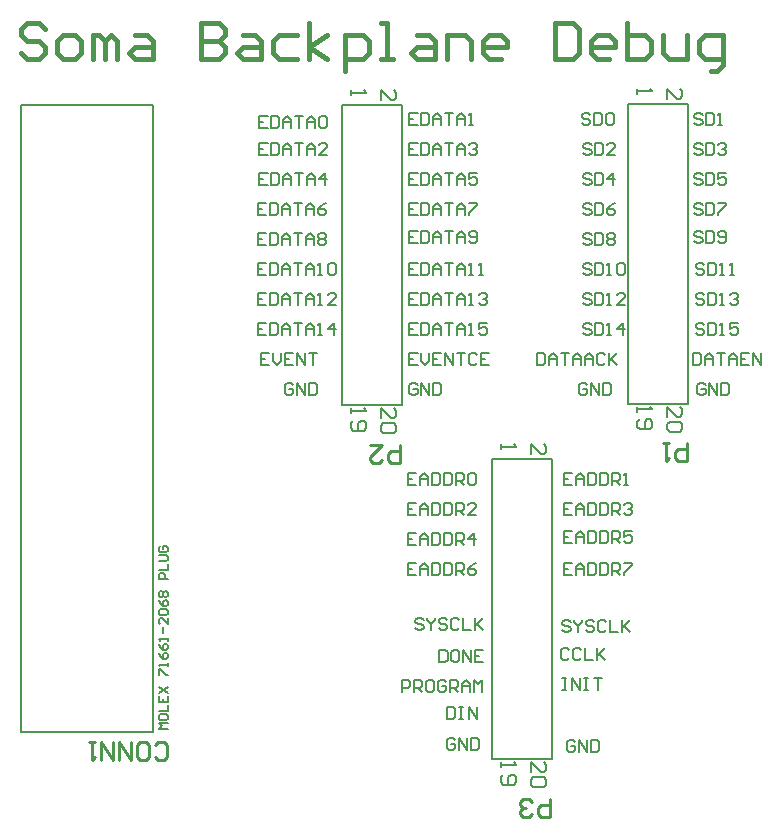
<source format=gto>
%FSLAX24Y24*%
%MOIN*%
G70*
G01*
G75*
G04 Layer_Color=65535*
%ADD10C,0.0080*%
%ADD11R,0.0591X0.0591*%
%ADD12C,0.0591*%
%ADD13C,0.1200*%
%ADD14C,0.0550*%
%ADD15C,0.0500*%
%ADD16C,0.0160*%
%ADD17C,0.0079*%
%ADD18C,0.0100*%
%ADD19C,0.0070*%
D10*
X21249Y55660D02*
X25650D01*
X21249Y34740D02*
X25650D01*
X21249D02*
Y55660D01*
X25650Y34740D02*
Y55660D01*
X38250Y33417D02*
Y33750D01*
X38583Y33417D01*
X38667D01*
X38750Y33500D01*
Y33667D01*
X38667Y33750D01*
Y33250D02*
X38750Y33167D01*
Y33000D01*
X38667Y32917D01*
X38333D01*
X38250Y33000D01*
Y33167D01*
X38333Y33250D01*
X38667D01*
X37250Y33750D02*
Y33583D01*
Y33667D01*
X37750D01*
X37667Y33750D01*
X37333Y33333D02*
X37250Y33250D01*
Y33084D01*
X37333Y33000D01*
X37667D01*
X37750Y33084D01*
Y33250D01*
X37667Y33333D01*
X37583D01*
X37500Y33250D01*
Y33000D01*
X37250Y44350D02*
Y44183D01*
Y44267D01*
X37750D01*
X37667Y44350D01*
X38250Y44017D02*
Y44350D01*
X38583Y44017D01*
X38667D01*
X38750Y44100D01*
Y44267D01*
X38667Y44350D01*
X33250Y45217D02*
Y45550D01*
X33583Y45217D01*
X33667D01*
X33750Y45300D01*
Y45467D01*
X33667Y45550D01*
Y45050D02*
X33750Y44967D01*
Y44800D01*
X33667Y44717D01*
X33333D01*
X33250Y44800D01*
Y44967D01*
X33333Y45050D01*
X33667D01*
X32250Y45550D02*
Y45383D01*
Y45467D01*
X32750D01*
X32667Y45550D01*
X32333Y45133D02*
X32250Y45050D01*
Y44884D01*
X32333Y44800D01*
X32667D01*
X32750Y44884D01*
Y45050D01*
X32667Y45133D01*
X32583D01*
X32500Y45050D01*
Y44800D01*
X32250Y56150D02*
Y55983D01*
Y56067D01*
X32750D01*
X32667Y56150D01*
X33250Y55817D02*
Y56150D01*
X33583Y55817D01*
X33667D01*
X33750Y55900D01*
Y56067D01*
X33667Y56150D01*
X42800Y45267D02*
Y45600D01*
X43133Y45267D01*
X43217D01*
X43300Y45350D01*
Y45517D01*
X43217Y45600D01*
Y45100D02*
X43300Y45017D01*
Y44850D01*
X43217Y44767D01*
X42883D01*
X42800Y44850D01*
Y45017D01*
X42883Y45100D01*
X43217D01*
X41800Y45600D02*
Y45433D01*
Y45517D01*
X42300D01*
X42217Y45600D01*
X41883Y45183D02*
X41800Y45100D01*
Y44934D01*
X41883Y44850D01*
X42217D01*
X42300Y44934D01*
Y45100D01*
X42217Y45183D01*
X42133D01*
X42050Y45100D01*
Y44850D01*
X41800Y56200D02*
Y56033D01*
Y56117D01*
X42300D01*
X42217Y56200D01*
X42800Y55867D02*
Y56200D01*
X43133Y55867D01*
X43217D01*
X43300Y55950D01*
Y56117D01*
X43217Y56200D01*
D16*
X22050Y58200D02*
X21850Y58400D01*
X21450D01*
X21250Y58200D01*
Y58000D01*
X21450Y57800D01*
X21850D01*
X22050Y57600D01*
Y57400D01*
X21850Y57200D01*
X21450D01*
X21250Y57400D01*
X22650Y57200D02*
X23049D01*
X23249Y57400D01*
Y57800D01*
X23049Y58000D01*
X22650D01*
X22450Y57800D01*
Y57400D01*
X22650Y57200D01*
X23649D02*
Y58000D01*
X23849D01*
X24049Y57800D01*
Y57200D01*
Y57800D01*
X24249Y58000D01*
X24449Y57800D01*
Y57200D01*
X25049Y58000D02*
X25449D01*
X25649Y57800D01*
Y57200D01*
X25049D01*
X24849Y57400D01*
X25049Y57600D01*
X25649D01*
X27248Y58400D02*
Y57200D01*
X27848D01*
X28048Y57400D01*
Y57600D01*
X27848Y57800D01*
X27248D01*
X27848D01*
X28048Y58000D01*
Y58200D01*
X27848Y58400D01*
X27248D01*
X28648Y58000D02*
X29047D01*
X29247Y57800D01*
Y57200D01*
X28648D01*
X28448Y57400D01*
X28648Y57600D01*
X29247D01*
X30447Y58000D02*
X29847D01*
X29647Y57800D01*
Y57400D01*
X29847Y57200D01*
X30447D01*
X30847D02*
Y58400D01*
Y57600D02*
X31447Y58000D01*
X30847Y57600D02*
X31447Y57200D01*
X32047Y56800D02*
Y58000D01*
X32646D01*
X32846Y57800D01*
Y57400D01*
X32646Y57200D01*
X32047D01*
X33246D02*
X33646D01*
X33446D01*
Y58400D01*
X33246D01*
X34446Y58000D02*
X34846D01*
X35046Y57800D01*
Y57200D01*
X34446D01*
X34246Y57400D01*
X34446Y57600D01*
X35046D01*
X35445Y57200D02*
Y58000D01*
X36045D01*
X36245Y57800D01*
Y57200D01*
X37245D02*
X36845D01*
X36645Y57400D01*
Y57800D01*
X36845Y58000D01*
X37245D01*
X37445Y57800D01*
Y57600D01*
X36645D01*
X39044Y58400D02*
Y57200D01*
X39644D01*
X39844Y57400D01*
Y58200D01*
X39644Y58400D01*
X39044D01*
X40844Y57200D02*
X40444D01*
X40244Y57400D01*
Y57800D01*
X40444Y58000D01*
X40844D01*
X41044Y57800D01*
Y57600D01*
X40244D01*
X41443Y58400D02*
Y57200D01*
X42043D01*
X42243Y57400D01*
Y57600D01*
Y57800D01*
X42043Y58000D01*
X41443D01*
X42643D02*
Y57400D01*
X42843Y57200D01*
X43443D01*
Y58000D01*
X44243Y56800D02*
X44443D01*
X44642Y57000D01*
Y58000D01*
X44043D01*
X43843Y57800D01*
Y57400D01*
X44043Y57200D01*
X44642D01*
D17*
X36950Y33850D02*
X38950D01*
X36950Y43100D02*
Y43850D01*
X38950D01*
Y43100D02*
Y43850D01*
Y33850D02*
Y43100D01*
X36950Y33850D02*
Y43100D01*
X31950Y45650D02*
X33950D01*
X31950Y54900D02*
Y55650D01*
X33950D01*
Y54900D02*
Y55650D01*
Y45650D02*
Y54900D01*
X31950Y45650D02*
Y54900D01*
X41500Y45700D02*
X43500D01*
X41500Y54950D02*
Y55700D01*
X43500D01*
Y54950D02*
Y55700D01*
Y45700D02*
Y54950D01*
X41500Y45700D02*
Y54950D01*
D18*
X43435Y44385D02*
Y43785D01*
X43135D01*
X43035Y43885D01*
Y44085D01*
X43135Y44185D01*
X43435D01*
X42835Y44385D02*
X42635D01*
X42735D01*
Y43785D01*
X42835Y43885D01*
X33885Y44335D02*
Y43735D01*
X33585D01*
X33485Y43835D01*
Y44035D01*
X33585Y44135D01*
X33885D01*
X32885Y44335D02*
X33285D01*
X32885Y43935D01*
Y43835D01*
X32985Y43735D01*
X33185D01*
X33285Y43835D01*
X38885Y32535D02*
Y31935D01*
X38585D01*
X38485Y32035D01*
Y32235D01*
X38585Y32335D01*
X38885D01*
X38285Y32035D02*
X38185Y31935D01*
X37985D01*
X37885Y32035D01*
Y32135D01*
X37985Y32235D01*
X38085D01*
X37985D01*
X37885Y32335D01*
Y32435D01*
X37985Y32535D01*
X38185D01*
X38285Y32435D01*
X25725Y33905D02*
X25825Y33805D01*
X26025D01*
X26125Y33905D01*
Y34305D01*
X26025Y34405D01*
X25825D01*
X25725Y34305D01*
X25225Y33805D02*
X25425D01*
X25525Y33905D01*
Y34305D01*
X25425Y34405D01*
X25225D01*
X25125Y34305D01*
Y33905D01*
X25225Y33805D01*
X24925Y34405D02*
Y33805D01*
X24526Y34405D01*
Y33805D01*
X24326Y34405D02*
Y33805D01*
X23926Y34405D01*
Y33805D01*
X23726Y34405D02*
X23526D01*
X23626D01*
Y33805D01*
X23726Y33905D01*
D19*
X26150Y34850D02*
X25850D01*
X25950Y34950D01*
X25850Y35050D01*
X26150D01*
X25850Y35300D02*
Y35200D01*
X25900Y35150D01*
X26100D01*
X26150Y35200D01*
Y35300D01*
X26100Y35350D01*
X25900D01*
X25850Y35300D01*
Y35450D02*
X26150D01*
Y35650D01*
X25850Y35950D02*
Y35750D01*
X26150D01*
Y35950D01*
X26000Y35750D02*
Y35850D01*
X25850Y36050D02*
X26150Y36250D01*
X25850D02*
X26150Y36050D01*
X25850Y36649D02*
Y36849D01*
X25900D01*
X26100Y36649D01*
X26150D01*
Y36949D02*
Y37049D01*
Y36999D01*
X25850D01*
X25900Y36949D01*
X25850Y37399D02*
X25900Y37299D01*
X26000Y37199D01*
X26100D01*
X26150Y37249D01*
Y37349D01*
X26100Y37399D01*
X26050D01*
X26000Y37349D01*
Y37199D01*
X25850Y37699D02*
X25900Y37599D01*
X26000Y37499D01*
X26100D01*
X26150Y37549D01*
Y37649D01*
X26100Y37699D01*
X26050D01*
X26000Y37649D01*
Y37499D01*
X26150Y37799D02*
Y37899D01*
Y37849D01*
X25850D01*
X25900Y37799D01*
X26000Y38049D02*
Y38249D01*
X26150Y38549D02*
Y38349D01*
X25950Y38549D01*
X25900D01*
X25850Y38499D01*
Y38399D01*
X25900Y38349D01*
Y38649D02*
X25850Y38699D01*
Y38799D01*
X25900Y38849D01*
X26100D01*
X26150Y38799D01*
Y38699D01*
X26100Y38649D01*
X25900D01*
X25850Y39149D02*
X25900Y39049D01*
X26000Y38949D01*
X26100D01*
X26150Y38999D01*
Y39099D01*
X26100Y39149D01*
X26050D01*
X26000Y39099D01*
Y38949D01*
X25900Y39249D02*
X25850Y39299D01*
Y39399D01*
X25900Y39449D01*
X25950D01*
X26000Y39399D01*
X26050Y39449D01*
X26100D01*
X26150Y39399D01*
Y39299D01*
X26100Y39249D01*
X26050D01*
X26000Y39299D01*
X25950Y39249D01*
X25900D01*
X26000Y39299D02*
Y39399D01*
X26150Y39848D02*
X25850D01*
Y39998D01*
X25900Y40048D01*
X26000D01*
X26050Y39998D01*
Y39848D01*
X25850Y40148D02*
X26150D01*
Y40348D01*
X25850Y40448D02*
X26100D01*
X26150Y40498D01*
Y40598D01*
X26100Y40648D01*
X25850D01*
X25900Y40948D02*
X25850Y40898D01*
Y40798D01*
X25900Y40748D01*
X26100D01*
X26150Y40798D01*
Y40898D01*
X26100Y40948D01*
X26000D01*
Y40848D01*
X40217Y55333D02*
X40150Y55400D01*
X40017D01*
X39950Y55333D01*
Y55267D01*
X40017Y55200D01*
X40150D01*
X40217Y55133D01*
Y55067D01*
X40150Y55000D01*
X40017D01*
X39950Y55067D01*
X40350Y55400D02*
Y55000D01*
X40550D01*
X40616Y55067D01*
Y55333D01*
X40550Y55400D01*
X40350D01*
X40750Y55333D02*
X40816Y55400D01*
X40950D01*
X41016Y55333D01*
Y55067D01*
X40950Y55000D01*
X40816D01*
X40750Y55067D01*
Y55333D01*
X43967D02*
X43900Y55400D01*
X43767D01*
X43700Y55333D01*
Y55267D01*
X43767Y55200D01*
X43900D01*
X43967Y55133D01*
Y55067D01*
X43900Y55000D01*
X43767D01*
X43700Y55067D01*
X44100Y55400D02*
Y55000D01*
X44300D01*
X44366Y55067D01*
Y55333D01*
X44300Y55400D01*
X44100D01*
X44500Y55000D02*
X44633D01*
X44566D01*
Y55400D01*
X44500Y55333D01*
X40267Y54333D02*
X40200Y54400D01*
X40067D01*
X40000Y54333D01*
Y54267D01*
X40067Y54200D01*
X40200D01*
X40267Y54133D01*
Y54067D01*
X40200Y54000D01*
X40067D01*
X40000Y54067D01*
X40400Y54400D02*
Y54000D01*
X40600D01*
X40666Y54067D01*
Y54333D01*
X40600Y54400D01*
X40400D01*
X41066Y54000D02*
X40800D01*
X41066Y54267D01*
Y54333D01*
X41000Y54400D01*
X40866D01*
X40800Y54333D01*
X40267Y53333D02*
X40200Y53400D01*
X40067D01*
X40000Y53333D01*
Y53267D01*
X40067Y53200D01*
X40200D01*
X40267Y53133D01*
Y53067D01*
X40200Y53000D01*
X40067D01*
X40000Y53067D01*
X40400Y53400D02*
Y53000D01*
X40600D01*
X40666Y53067D01*
Y53333D01*
X40600Y53400D01*
X40400D01*
X41000Y53000D02*
Y53400D01*
X40800Y53200D01*
X41066D01*
X40267Y52333D02*
X40200Y52400D01*
X40067D01*
X40000Y52333D01*
Y52267D01*
X40067Y52200D01*
X40200D01*
X40267Y52133D01*
Y52067D01*
X40200Y52000D01*
X40067D01*
X40000Y52067D01*
X40400Y52400D02*
Y52000D01*
X40600D01*
X40666Y52067D01*
Y52333D01*
X40600Y52400D01*
X40400D01*
X41066D02*
X40933Y52333D01*
X40800Y52200D01*
Y52067D01*
X40866Y52000D01*
X41000D01*
X41066Y52067D01*
Y52133D01*
X41000Y52200D01*
X40800D01*
X40267Y51333D02*
X40200Y51400D01*
X40067D01*
X40000Y51333D01*
Y51267D01*
X40067Y51200D01*
X40200D01*
X40267Y51133D01*
Y51067D01*
X40200Y51000D01*
X40067D01*
X40000Y51067D01*
X40400Y51400D02*
Y51000D01*
X40600D01*
X40666Y51067D01*
Y51333D01*
X40600Y51400D01*
X40400D01*
X40800Y51333D02*
X40866Y51400D01*
X41000D01*
X41066Y51333D01*
Y51267D01*
X41000Y51200D01*
X41066Y51133D01*
Y51067D01*
X41000Y51000D01*
X40866D01*
X40800Y51067D01*
Y51133D01*
X40866Y51200D01*
X40800Y51267D01*
Y51333D01*
X40866Y51200D02*
X41000D01*
X40267Y50333D02*
X40200Y50400D01*
X40067D01*
X40000Y50333D01*
Y50267D01*
X40067Y50200D01*
X40200D01*
X40267Y50133D01*
Y50067D01*
X40200Y50000D01*
X40067D01*
X40000Y50067D01*
X40400Y50400D02*
Y50000D01*
X40600D01*
X40666Y50067D01*
Y50333D01*
X40600Y50400D01*
X40400D01*
X40800Y50000D02*
X40933D01*
X40866D01*
Y50400D01*
X40800Y50333D01*
X41133D02*
X41200Y50400D01*
X41333D01*
X41400Y50333D01*
Y50067D01*
X41333Y50000D01*
X41200D01*
X41133Y50067D01*
Y50333D01*
X40267Y49333D02*
X40200Y49400D01*
X40067D01*
X40000Y49333D01*
Y49267D01*
X40067Y49200D01*
X40200D01*
X40267Y49133D01*
Y49067D01*
X40200Y49000D01*
X40067D01*
X40000Y49067D01*
X40400Y49400D02*
Y49000D01*
X40600D01*
X40666Y49067D01*
Y49333D01*
X40600Y49400D01*
X40400D01*
X40800Y49000D02*
X40933D01*
X40866D01*
Y49400D01*
X40800Y49333D01*
X41400Y49000D02*
X41133D01*
X41400Y49267D01*
Y49333D01*
X41333Y49400D01*
X41200D01*
X41133Y49333D01*
X40267Y48333D02*
X40200Y48400D01*
X40067D01*
X40000Y48333D01*
Y48267D01*
X40067Y48200D01*
X40200D01*
X40267Y48133D01*
Y48067D01*
X40200Y48000D01*
X40067D01*
X40000Y48067D01*
X40400Y48400D02*
Y48000D01*
X40600D01*
X40666Y48067D01*
Y48333D01*
X40600Y48400D01*
X40400D01*
X40800Y48000D02*
X40933D01*
X40866D01*
Y48400D01*
X40800Y48333D01*
X41333Y48000D02*
Y48400D01*
X41133Y48200D01*
X41400D01*
X38450Y47400D02*
Y47000D01*
X38650D01*
X38717Y47067D01*
Y47333D01*
X38650Y47400D01*
X38450D01*
X38850Y47000D02*
Y47267D01*
X38983Y47400D01*
X39116Y47267D01*
Y47000D01*
Y47200D01*
X38850D01*
X39250Y47400D02*
X39516D01*
X39383D01*
Y47000D01*
X39650D02*
Y47267D01*
X39783Y47400D01*
X39916Y47267D01*
Y47000D01*
Y47200D01*
X39650D01*
X40049Y47000D02*
Y47267D01*
X40183Y47400D01*
X40316Y47267D01*
Y47000D01*
Y47200D01*
X40049D01*
X40716Y47333D02*
X40649Y47400D01*
X40516D01*
X40449Y47333D01*
Y47067D01*
X40516Y47000D01*
X40649D01*
X40716Y47067D01*
X40849Y47400D02*
Y47000D01*
Y47133D01*
X41116Y47400D01*
X40916Y47200D01*
X41116Y47000D01*
X43967Y54333D02*
X43900Y54400D01*
X43767D01*
X43700Y54333D01*
Y54267D01*
X43767Y54200D01*
X43900D01*
X43967Y54133D01*
Y54067D01*
X43900Y54000D01*
X43767D01*
X43700Y54067D01*
X44100Y54400D02*
Y54000D01*
X44300D01*
X44366Y54067D01*
Y54333D01*
X44300Y54400D01*
X44100D01*
X44500Y54333D02*
X44566Y54400D01*
X44700D01*
X44766Y54333D01*
Y54267D01*
X44700Y54200D01*
X44633D01*
X44700D01*
X44766Y54133D01*
Y54067D01*
X44700Y54000D01*
X44566D01*
X44500Y54067D01*
X43967Y53333D02*
X43900Y53400D01*
X43767D01*
X43700Y53333D01*
Y53267D01*
X43767Y53200D01*
X43900D01*
X43967Y53133D01*
Y53067D01*
X43900Y53000D01*
X43767D01*
X43700Y53067D01*
X44100Y53400D02*
Y53000D01*
X44300D01*
X44366Y53067D01*
Y53333D01*
X44300Y53400D01*
X44100D01*
X44766D02*
X44500D01*
Y53200D01*
X44633Y53267D01*
X44700D01*
X44766Y53200D01*
Y53067D01*
X44700Y53000D01*
X44566D01*
X44500Y53067D01*
X43967Y52333D02*
X43900Y52400D01*
X43767D01*
X43700Y52333D01*
Y52267D01*
X43767Y52200D01*
X43900D01*
X43967Y52133D01*
Y52067D01*
X43900Y52000D01*
X43767D01*
X43700Y52067D01*
X44100Y52400D02*
Y52000D01*
X44300D01*
X44366Y52067D01*
Y52333D01*
X44300Y52400D01*
X44100D01*
X44500D02*
X44766D01*
Y52333D01*
X44500Y52067D01*
Y52000D01*
X43967Y51383D02*
X43900Y51450D01*
X43767D01*
X43700Y51383D01*
Y51317D01*
X43767Y51250D01*
X43900D01*
X43967Y51183D01*
Y51117D01*
X43900Y51050D01*
X43767D01*
X43700Y51117D01*
X44100Y51450D02*
Y51050D01*
X44300D01*
X44366Y51117D01*
Y51383D01*
X44300Y51450D01*
X44100D01*
X44500Y51117D02*
X44566Y51050D01*
X44700D01*
X44766Y51117D01*
Y51383D01*
X44700Y51450D01*
X44566D01*
X44500Y51383D01*
Y51317D01*
X44566Y51250D01*
X44766D01*
X44017Y50333D02*
X43950Y50400D01*
X43817D01*
X43750Y50333D01*
Y50267D01*
X43817Y50200D01*
X43950D01*
X44017Y50133D01*
Y50067D01*
X43950Y50000D01*
X43817D01*
X43750Y50067D01*
X44150Y50400D02*
Y50000D01*
X44350D01*
X44416Y50067D01*
Y50333D01*
X44350Y50400D01*
X44150D01*
X44550Y50000D02*
X44683D01*
X44616D01*
Y50400D01*
X44550Y50333D01*
X44883Y50000D02*
X45016D01*
X44950D01*
Y50400D01*
X44883Y50333D01*
X44017Y49333D02*
X43950Y49400D01*
X43817D01*
X43750Y49333D01*
Y49267D01*
X43817Y49200D01*
X43950D01*
X44017Y49133D01*
Y49067D01*
X43950Y49000D01*
X43817D01*
X43750Y49067D01*
X44150Y49400D02*
Y49000D01*
X44350D01*
X44416Y49067D01*
Y49333D01*
X44350Y49400D01*
X44150D01*
X44550Y49000D02*
X44683D01*
X44616D01*
Y49400D01*
X44550Y49333D01*
X44883D02*
X44950Y49400D01*
X45083D01*
X45150Y49333D01*
Y49267D01*
X45083Y49200D01*
X45016D01*
X45083D01*
X45150Y49133D01*
Y49067D01*
X45083Y49000D01*
X44950D01*
X44883Y49067D01*
X44017Y48333D02*
X43950Y48400D01*
X43817D01*
X43750Y48333D01*
Y48267D01*
X43817Y48200D01*
X43950D01*
X44017Y48133D01*
Y48067D01*
X43950Y48000D01*
X43817D01*
X43750Y48067D01*
X44150Y48400D02*
Y48000D01*
X44350D01*
X44416Y48067D01*
Y48333D01*
X44350Y48400D01*
X44150D01*
X44550Y48000D02*
X44683D01*
X44616D01*
Y48400D01*
X44550Y48333D01*
X45150Y48400D02*
X44883D01*
Y48200D01*
X45016Y48267D01*
X45083D01*
X45150Y48200D01*
Y48067D01*
X45083Y48000D01*
X44950D01*
X44883Y48067D01*
X43650Y47400D02*
Y47000D01*
X43850D01*
X43917Y47067D01*
Y47333D01*
X43850Y47400D01*
X43650D01*
X44050Y47000D02*
Y47267D01*
X44183Y47400D01*
X44316Y47267D01*
Y47000D01*
Y47200D01*
X44050D01*
X44450Y47400D02*
X44716D01*
X44583D01*
Y47000D01*
X44850D02*
Y47267D01*
X44983Y47400D01*
X45116Y47267D01*
Y47000D01*
Y47200D01*
X44850D01*
X45516Y47400D02*
X45249D01*
Y47000D01*
X45516D01*
X45249Y47200D02*
X45383D01*
X45649Y47000D02*
Y47400D01*
X45916Y47000D01*
Y47400D01*
X29467Y55300D02*
X29200D01*
Y54900D01*
X29467D01*
X29200Y55100D02*
X29333D01*
X29600Y55300D02*
Y54900D01*
X29800D01*
X29866Y54967D01*
Y55233D01*
X29800Y55300D01*
X29600D01*
X30000Y54900D02*
Y55167D01*
X30133Y55300D01*
X30266Y55167D01*
Y54900D01*
Y55100D01*
X30000D01*
X30400Y55300D02*
X30666D01*
X30533D01*
Y54900D01*
X30799D02*
Y55167D01*
X30933Y55300D01*
X31066Y55167D01*
Y54900D01*
Y55100D01*
X30799D01*
X31199Y55233D02*
X31266Y55300D01*
X31399D01*
X31466Y55233D01*
Y54967D01*
X31399Y54900D01*
X31266D01*
X31199Y54967D01*
Y55233D01*
X29467Y54400D02*
X29200D01*
Y54000D01*
X29467D01*
X29200Y54200D02*
X29333D01*
X29600Y54400D02*
Y54000D01*
X29800D01*
X29866Y54067D01*
Y54333D01*
X29800Y54400D01*
X29600D01*
X30000Y54000D02*
Y54267D01*
X30133Y54400D01*
X30266Y54267D01*
Y54000D01*
Y54200D01*
X30000D01*
X30400Y54400D02*
X30666D01*
X30533D01*
Y54000D01*
X30799D02*
Y54267D01*
X30933Y54400D01*
X31066Y54267D01*
Y54000D01*
Y54200D01*
X30799D01*
X31466Y54000D02*
X31199D01*
X31466Y54267D01*
Y54333D01*
X31399Y54400D01*
X31266D01*
X31199Y54333D01*
X29467Y53400D02*
X29200D01*
Y53000D01*
X29467D01*
X29200Y53200D02*
X29333D01*
X29600Y53400D02*
Y53000D01*
X29800D01*
X29866Y53067D01*
Y53333D01*
X29800Y53400D01*
X29600D01*
X30000Y53000D02*
Y53267D01*
X30133Y53400D01*
X30266Y53267D01*
Y53000D01*
Y53200D01*
X30000D01*
X30400Y53400D02*
X30666D01*
X30533D01*
Y53000D01*
X30799D02*
Y53267D01*
X30933Y53400D01*
X31066Y53267D01*
Y53000D01*
Y53200D01*
X30799D01*
X31399Y53000D02*
Y53400D01*
X31199Y53200D01*
X31466D01*
X29417Y52400D02*
X29150D01*
Y52000D01*
X29417D01*
X29150Y52200D02*
X29283D01*
X29550Y52400D02*
Y52000D01*
X29750D01*
X29816Y52067D01*
Y52333D01*
X29750Y52400D01*
X29550D01*
X29950Y52000D02*
Y52267D01*
X30083Y52400D01*
X30216Y52267D01*
Y52000D01*
Y52200D01*
X29950D01*
X30350Y52400D02*
X30616D01*
X30483D01*
Y52000D01*
X30749D02*
Y52267D01*
X30883Y52400D01*
X31016Y52267D01*
Y52000D01*
Y52200D01*
X30749D01*
X31416Y52400D02*
X31283Y52333D01*
X31149Y52200D01*
Y52067D01*
X31216Y52000D01*
X31349D01*
X31416Y52067D01*
Y52133D01*
X31349Y52200D01*
X31149D01*
X29417Y51400D02*
X29150D01*
Y51000D01*
X29417D01*
X29150Y51200D02*
X29283D01*
X29550Y51400D02*
Y51000D01*
X29750D01*
X29816Y51067D01*
Y51333D01*
X29750Y51400D01*
X29550D01*
X29950Y51000D02*
Y51267D01*
X30083Y51400D01*
X30216Y51267D01*
Y51000D01*
Y51200D01*
X29950D01*
X30350Y51400D02*
X30616D01*
X30483D01*
Y51000D01*
X30749D02*
Y51267D01*
X30883Y51400D01*
X31016Y51267D01*
Y51000D01*
Y51200D01*
X30749D01*
X31149Y51333D02*
X31216Y51400D01*
X31349D01*
X31416Y51333D01*
Y51267D01*
X31349Y51200D01*
X31416Y51133D01*
Y51067D01*
X31349Y51000D01*
X31216D01*
X31149Y51067D01*
Y51133D01*
X31216Y51200D01*
X31149Y51267D01*
Y51333D01*
X31216Y51200D02*
X31349D01*
X29417Y50400D02*
X29150D01*
Y50000D01*
X29417D01*
X29150Y50200D02*
X29283D01*
X29550Y50400D02*
Y50000D01*
X29750D01*
X29816Y50067D01*
Y50333D01*
X29750Y50400D01*
X29550D01*
X29950Y50000D02*
Y50267D01*
X30083Y50400D01*
X30216Y50267D01*
Y50000D01*
Y50200D01*
X29950D01*
X30350Y50400D02*
X30616D01*
X30483D01*
Y50000D01*
X30749D02*
Y50267D01*
X30883Y50400D01*
X31016Y50267D01*
Y50000D01*
Y50200D01*
X30749D01*
X31149Y50000D02*
X31283D01*
X31216D01*
Y50400D01*
X31149Y50333D01*
X31483D02*
X31549Y50400D01*
X31683D01*
X31749Y50333D01*
Y50067D01*
X31683Y50000D01*
X31549D01*
X31483Y50067D01*
Y50333D01*
X29417Y49400D02*
X29150D01*
Y49000D01*
X29417D01*
X29150Y49200D02*
X29283D01*
X29550Y49400D02*
Y49000D01*
X29750D01*
X29816Y49067D01*
Y49333D01*
X29750Y49400D01*
X29550D01*
X29950Y49000D02*
Y49267D01*
X30083Y49400D01*
X30216Y49267D01*
Y49000D01*
Y49200D01*
X29950D01*
X30350Y49400D02*
X30616D01*
X30483D01*
Y49000D01*
X30749D02*
Y49267D01*
X30883Y49400D01*
X31016Y49267D01*
Y49000D01*
Y49200D01*
X30749D01*
X31149Y49000D02*
X31283D01*
X31216D01*
Y49400D01*
X31149Y49333D01*
X31749Y49000D02*
X31483D01*
X31749Y49267D01*
Y49333D01*
X31683Y49400D01*
X31549D01*
X31483Y49333D01*
X29417Y48400D02*
X29150D01*
Y48000D01*
X29417D01*
X29150Y48200D02*
X29283D01*
X29550Y48400D02*
Y48000D01*
X29750D01*
X29816Y48067D01*
Y48333D01*
X29750Y48400D01*
X29550D01*
X29950Y48000D02*
Y48267D01*
X30083Y48400D01*
X30216Y48267D01*
Y48000D01*
Y48200D01*
X29950D01*
X30350Y48400D02*
X30616D01*
X30483D01*
Y48000D01*
X30749D02*
Y48267D01*
X30883Y48400D01*
X31016Y48267D01*
Y48000D01*
Y48200D01*
X30749D01*
X31149Y48000D02*
X31283D01*
X31216D01*
Y48400D01*
X31149Y48333D01*
X31683Y48000D02*
Y48400D01*
X31483Y48200D01*
X31749D01*
X29517Y47400D02*
X29250D01*
Y47000D01*
X29517D01*
X29250Y47200D02*
X29383D01*
X29650Y47400D02*
Y47133D01*
X29783Y47000D01*
X29916Y47133D01*
Y47400D01*
X30316D02*
X30050D01*
Y47000D01*
X30316D01*
X30050Y47200D02*
X30183D01*
X30450Y47000D02*
Y47400D01*
X30716Y47000D01*
Y47400D01*
X30849D02*
X31116D01*
X30983D01*
Y47000D01*
X34467Y55400D02*
X34200D01*
Y55000D01*
X34467D01*
X34200Y55200D02*
X34333D01*
X34600Y55400D02*
Y55000D01*
X34800D01*
X34866Y55067D01*
Y55333D01*
X34800Y55400D01*
X34600D01*
X35000Y55000D02*
Y55267D01*
X35133Y55400D01*
X35266Y55267D01*
Y55000D01*
Y55200D01*
X35000D01*
X35400Y55400D02*
X35666D01*
X35533D01*
Y55000D01*
X35799D02*
Y55267D01*
X35933Y55400D01*
X36066Y55267D01*
Y55000D01*
Y55200D01*
X35799D01*
X36199Y55000D02*
X36333D01*
X36266D01*
Y55400D01*
X36199Y55333D01*
X34467Y54400D02*
X34200D01*
Y54000D01*
X34467D01*
X34200Y54200D02*
X34333D01*
X34600Y54400D02*
Y54000D01*
X34800D01*
X34866Y54067D01*
Y54333D01*
X34800Y54400D01*
X34600D01*
X35000Y54000D02*
Y54267D01*
X35133Y54400D01*
X35266Y54267D01*
Y54000D01*
Y54200D01*
X35000D01*
X35400Y54400D02*
X35666D01*
X35533D01*
Y54000D01*
X35799D02*
Y54267D01*
X35933Y54400D01*
X36066Y54267D01*
Y54000D01*
Y54200D01*
X35799D01*
X36199Y54333D02*
X36266Y54400D01*
X36399D01*
X36466Y54333D01*
Y54267D01*
X36399Y54200D01*
X36333D01*
X36399D01*
X36466Y54133D01*
Y54067D01*
X36399Y54000D01*
X36266D01*
X36199Y54067D01*
X34467Y53400D02*
X34200D01*
Y53000D01*
X34467D01*
X34200Y53200D02*
X34333D01*
X34600Y53400D02*
Y53000D01*
X34800D01*
X34866Y53067D01*
Y53333D01*
X34800Y53400D01*
X34600D01*
X35000Y53000D02*
Y53267D01*
X35133Y53400D01*
X35266Y53267D01*
Y53000D01*
Y53200D01*
X35000D01*
X35400Y53400D02*
X35666D01*
X35533D01*
Y53000D01*
X35799D02*
Y53267D01*
X35933Y53400D01*
X36066Y53267D01*
Y53000D01*
Y53200D01*
X35799D01*
X36466Y53400D02*
X36199D01*
Y53200D01*
X36333Y53267D01*
X36399D01*
X36466Y53200D01*
Y53067D01*
X36399Y53000D01*
X36266D01*
X36199Y53067D01*
X34467Y52400D02*
X34200D01*
Y52000D01*
X34467D01*
X34200Y52200D02*
X34333D01*
X34600Y52400D02*
Y52000D01*
X34800D01*
X34866Y52067D01*
Y52333D01*
X34800Y52400D01*
X34600D01*
X35000Y52000D02*
Y52267D01*
X35133Y52400D01*
X35266Y52267D01*
Y52000D01*
Y52200D01*
X35000D01*
X35400Y52400D02*
X35666D01*
X35533D01*
Y52000D01*
X35799D02*
Y52267D01*
X35933Y52400D01*
X36066Y52267D01*
Y52000D01*
Y52200D01*
X35799D01*
X36199Y52400D02*
X36466D01*
Y52333D01*
X36199Y52067D01*
Y52000D01*
X34467Y51450D02*
X34200D01*
Y51050D01*
X34467D01*
X34200Y51250D02*
X34333D01*
X34600Y51450D02*
Y51050D01*
X34800D01*
X34866Y51117D01*
Y51383D01*
X34800Y51450D01*
X34600D01*
X35000Y51050D02*
Y51317D01*
X35133Y51450D01*
X35266Y51317D01*
Y51050D01*
Y51250D01*
X35000D01*
X35400Y51450D02*
X35666D01*
X35533D01*
Y51050D01*
X35799D02*
Y51317D01*
X35933Y51450D01*
X36066Y51317D01*
Y51050D01*
Y51250D01*
X35799D01*
X36199Y51117D02*
X36266Y51050D01*
X36399D01*
X36466Y51117D01*
Y51383D01*
X36399Y51450D01*
X36266D01*
X36199Y51383D01*
Y51317D01*
X36266Y51250D01*
X36466D01*
X34467Y50400D02*
X34200D01*
Y50000D01*
X34467D01*
X34200Y50200D02*
X34333D01*
X34600Y50400D02*
Y50000D01*
X34800D01*
X34866Y50067D01*
Y50333D01*
X34800Y50400D01*
X34600D01*
X35000Y50000D02*
Y50267D01*
X35133Y50400D01*
X35266Y50267D01*
Y50000D01*
Y50200D01*
X35000D01*
X35400Y50400D02*
X35666D01*
X35533D01*
Y50000D01*
X35799D02*
Y50267D01*
X35933Y50400D01*
X36066Y50267D01*
Y50000D01*
Y50200D01*
X35799D01*
X36199Y50000D02*
X36333D01*
X36266D01*
Y50400D01*
X36199Y50333D01*
X36533Y50000D02*
X36666D01*
X36599D01*
Y50400D01*
X36533Y50333D01*
X34467Y49400D02*
X34200D01*
Y49000D01*
X34467D01*
X34200Y49200D02*
X34333D01*
X34600Y49400D02*
Y49000D01*
X34800D01*
X34866Y49067D01*
Y49333D01*
X34800Y49400D01*
X34600D01*
X35000Y49000D02*
Y49267D01*
X35133Y49400D01*
X35266Y49267D01*
Y49000D01*
Y49200D01*
X35000D01*
X35400Y49400D02*
X35666D01*
X35533D01*
Y49000D01*
X35799D02*
Y49267D01*
X35933Y49400D01*
X36066Y49267D01*
Y49000D01*
Y49200D01*
X35799D01*
X36199Y49000D02*
X36333D01*
X36266D01*
Y49400D01*
X36199Y49333D01*
X36533D02*
X36599Y49400D01*
X36733D01*
X36799Y49333D01*
Y49267D01*
X36733Y49200D01*
X36666D01*
X36733D01*
X36799Y49133D01*
Y49067D01*
X36733Y49000D01*
X36599D01*
X36533Y49067D01*
X34467Y48400D02*
X34200D01*
Y48000D01*
X34467D01*
X34200Y48200D02*
X34333D01*
X34600Y48400D02*
Y48000D01*
X34800D01*
X34866Y48067D01*
Y48333D01*
X34800Y48400D01*
X34600D01*
X35000Y48000D02*
Y48267D01*
X35133Y48400D01*
X35266Y48267D01*
Y48000D01*
Y48200D01*
X35000D01*
X35400Y48400D02*
X35666D01*
X35533D01*
Y48000D01*
X35799D02*
Y48267D01*
X35933Y48400D01*
X36066Y48267D01*
Y48000D01*
Y48200D01*
X35799D01*
X36199Y48000D02*
X36333D01*
X36266D01*
Y48400D01*
X36199Y48333D01*
X36799Y48400D02*
X36533D01*
Y48200D01*
X36666Y48267D01*
X36733D01*
X36799Y48200D01*
Y48067D01*
X36733Y48000D01*
X36599D01*
X36533Y48067D01*
X34467Y47400D02*
X34200D01*
Y47000D01*
X34467D01*
X34200Y47200D02*
X34333D01*
X34600Y47400D02*
Y47133D01*
X34733Y47000D01*
X34866Y47133D01*
Y47400D01*
X35266D02*
X35000D01*
Y47000D01*
X35266D01*
X35000Y47200D02*
X35133D01*
X35400Y47000D02*
Y47400D01*
X35666Y47000D01*
Y47400D01*
X35799D02*
X36066D01*
X35933D01*
Y47000D01*
X36466Y47333D02*
X36399Y47400D01*
X36266D01*
X36199Y47333D01*
Y47067D01*
X36266Y47000D01*
X36399D01*
X36466Y47067D01*
X36866Y47400D02*
X36599D01*
Y47000D01*
X36866D01*
X36599Y47200D02*
X36733D01*
X34417Y43400D02*
X34150D01*
Y43000D01*
X34417D01*
X34150Y43200D02*
X34283D01*
X34550Y43000D02*
Y43267D01*
X34683Y43400D01*
X34816Y43267D01*
Y43000D01*
Y43200D01*
X34550D01*
X34950Y43400D02*
Y43000D01*
X35150D01*
X35216Y43067D01*
Y43333D01*
X35150Y43400D01*
X34950D01*
X35350D02*
Y43000D01*
X35550D01*
X35616Y43067D01*
Y43333D01*
X35550Y43400D01*
X35350D01*
X35749Y43000D02*
Y43400D01*
X35949D01*
X36016Y43333D01*
Y43200D01*
X35949Y43133D01*
X35749D01*
X35883D02*
X36016Y43000D01*
X36149Y43333D02*
X36216Y43400D01*
X36349D01*
X36416Y43333D01*
Y43067D01*
X36349Y43000D01*
X36216D01*
X36149Y43067D01*
Y43333D01*
X34417Y42400D02*
X34150D01*
Y42000D01*
X34417D01*
X34150Y42200D02*
X34283D01*
X34550Y42000D02*
Y42267D01*
X34683Y42400D01*
X34816Y42267D01*
Y42000D01*
Y42200D01*
X34550D01*
X34950Y42400D02*
Y42000D01*
X35150D01*
X35216Y42067D01*
Y42333D01*
X35150Y42400D01*
X34950D01*
X35350D02*
Y42000D01*
X35550D01*
X35616Y42067D01*
Y42333D01*
X35550Y42400D01*
X35350D01*
X35749Y42000D02*
Y42400D01*
X35949D01*
X36016Y42333D01*
Y42200D01*
X35949Y42133D01*
X35749D01*
X35883D02*
X36016Y42000D01*
X36416D02*
X36149D01*
X36416Y42267D01*
Y42333D01*
X36349Y42400D01*
X36216D01*
X36149Y42333D01*
X34417Y41400D02*
X34150D01*
Y41000D01*
X34417D01*
X34150Y41200D02*
X34283D01*
X34550Y41000D02*
Y41267D01*
X34683Y41400D01*
X34816Y41267D01*
Y41000D01*
Y41200D01*
X34550D01*
X34950Y41400D02*
Y41000D01*
X35150D01*
X35216Y41067D01*
Y41333D01*
X35150Y41400D01*
X34950D01*
X35350D02*
Y41000D01*
X35550D01*
X35616Y41067D01*
Y41333D01*
X35550Y41400D01*
X35350D01*
X35749Y41000D02*
Y41400D01*
X35949D01*
X36016Y41333D01*
Y41200D01*
X35949Y41133D01*
X35749D01*
X35883D02*
X36016Y41000D01*
X36349D02*
Y41400D01*
X36149Y41200D01*
X36416D01*
X34417Y40400D02*
X34150D01*
Y40000D01*
X34417D01*
X34150Y40200D02*
X34283D01*
X34550Y40000D02*
Y40267D01*
X34683Y40400D01*
X34816Y40267D01*
Y40000D01*
Y40200D01*
X34550D01*
X34950Y40400D02*
Y40000D01*
X35150D01*
X35216Y40067D01*
Y40333D01*
X35150Y40400D01*
X34950D01*
X35350D02*
Y40000D01*
X35550D01*
X35616Y40067D01*
Y40333D01*
X35550Y40400D01*
X35350D01*
X35749Y40000D02*
Y40400D01*
X35949D01*
X36016Y40333D01*
Y40200D01*
X35949Y40133D01*
X35749D01*
X35883D02*
X36016Y40000D01*
X36416Y40400D02*
X36283Y40333D01*
X36149Y40200D01*
Y40067D01*
X36216Y40000D01*
X36349D01*
X36416Y40067D01*
Y40133D01*
X36349Y40200D01*
X36149D01*
X39617Y43400D02*
X39350D01*
Y43000D01*
X39617D01*
X39350Y43200D02*
X39483D01*
X39750Y43000D02*
Y43267D01*
X39883Y43400D01*
X40016Y43267D01*
Y43000D01*
Y43200D01*
X39750D01*
X40150Y43400D02*
Y43000D01*
X40350D01*
X40416Y43067D01*
Y43333D01*
X40350Y43400D01*
X40150D01*
X40550D02*
Y43000D01*
X40750D01*
X40816Y43067D01*
Y43333D01*
X40750Y43400D01*
X40550D01*
X40949Y43000D02*
Y43400D01*
X41149D01*
X41216Y43333D01*
Y43200D01*
X41149Y43133D01*
X40949D01*
X41083D02*
X41216Y43000D01*
X41349D02*
X41483D01*
X41416D01*
Y43400D01*
X41349Y43333D01*
X39617Y42400D02*
X39350D01*
Y42000D01*
X39617D01*
X39350Y42200D02*
X39483D01*
X39750Y42000D02*
Y42267D01*
X39883Y42400D01*
X40016Y42267D01*
Y42000D01*
Y42200D01*
X39750D01*
X40150Y42400D02*
Y42000D01*
X40350D01*
X40416Y42067D01*
Y42333D01*
X40350Y42400D01*
X40150D01*
X40550D02*
Y42000D01*
X40750D01*
X40816Y42067D01*
Y42333D01*
X40750Y42400D01*
X40550D01*
X40949Y42000D02*
Y42400D01*
X41149D01*
X41216Y42333D01*
Y42200D01*
X41149Y42133D01*
X40949D01*
X41083D02*
X41216Y42000D01*
X41349Y42333D02*
X41416Y42400D01*
X41549D01*
X41616Y42333D01*
Y42267D01*
X41549Y42200D01*
X41483D01*
X41549D01*
X41616Y42133D01*
Y42067D01*
X41549Y42000D01*
X41416D01*
X41349Y42067D01*
X39617Y41450D02*
X39350D01*
Y41050D01*
X39617D01*
X39350Y41250D02*
X39483D01*
X39750Y41050D02*
Y41317D01*
X39883Y41450D01*
X40016Y41317D01*
Y41050D01*
Y41250D01*
X39750D01*
X40150Y41450D02*
Y41050D01*
X40350D01*
X40416Y41117D01*
Y41383D01*
X40350Y41450D01*
X40150D01*
X40550D02*
Y41050D01*
X40750D01*
X40816Y41117D01*
Y41383D01*
X40750Y41450D01*
X40550D01*
X40949Y41050D02*
Y41450D01*
X41149D01*
X41216Y41383D01*
Y41250D01*
X41149Y41183D01*
X40949D01*
X41083D02*
X41216Y41050D01*
X41616Y41450D02*
X41349D01*
Y41250D01*
X41483Y41317D01*
X41549D01*
X41616Y41250D01*
Y41117D01*
X41549Y41050D01*
X41416D01*
X41349Y41117D01*
X39617Y40400D02*
X39350D01*
Y40000D01*
X39617D01*
X39350Y40200D02*
X39483D01*
X39750Y40000D02*
Y40267D01*
X39883Y40400D01*
X40016Y40267D01*
Y40000D01*
Y40200D01*
X39750D01*
X40150Y40400D02*
Y40000D01*
X40350D01*
X40416Y40067D01*
Y40333D01*
X40350Y40400D01*
X40150D01*
X40550D02*
Y40000D01*
X40750D01*
X40816Y40067D01*
Y40333D01*
X40750Y40400D01*
X40550D01*
X40949Y40000D02*
Y40400D01*
X41149D01*
X41216Y40333D01*
Y40200D01*
X41149Y40133D01*
X40949D01*
X41083D02*
X41216Y40000D01*
X41349Y40400D02*
X41616D01*
Y40333D01*
X41349Y40067D01*
Y40000D01*
X34467Y46333D02*
X34400Y46400D01*
X34267D01*
X34200Y46333D01*
Y46067D01*
X34267Y46000D01*
X34400D01*
X34467Y46067D01*
Y46200D01*
X34333D01*
X34600Y46000D02*
Y46400D01*
X34866Y46000D01*
Y46400D01*
X35000D02*
Y46000D01*
X35200D01*
X35266Y46067D01*
Y46333D01*
X35200Y46400D01*
X35000D01*
X30317Y46333D02*
X30250Y46400D01*
X30117D01*
X30050Y46333D01*
Y46067D01*
X30117Y46000D01*
X30250D01*
X30317Y46067D01*
Y46200D01*
X30183D01*
X30450Y46000D02*
Y46400D01*
X30716Y46000D01*
Y46400D01*
X30850D02*
Y46000D01*
X31050D01*
X31116Y46067D01*
Y46333D01*
X31050Y46400D01*
X30850D01*
X44067Y46333D02*
X44000Y46400D01*
X43867D01*
X43800Y46333D01*
Y46067D01*
X43867Y46000D01*
X44000D01*
X44067Y46067D01*
Y46200D01*
X43933D01*
X44200Y46000D02*
Y46400D01*
X44466Y46000D01*
Y46400D01*
X44600D02*
Y46000D01*
X44800D01*
X44866Y46067D01*
Y46333D01*
X44800Y46400D01*
X44600D01*
X40117Y46333D02*
X40050Y46400D01*
X39917D01*
X39850Y46333D01*
Y46067D01*
X39917Y46000D01*
X40050D01*
X40117Y46067D01*
Y46200D01*
X39983D01*
X40250Y46000D02*
Y46400D01*
X40516Y46000D01*
Y46400D01*
X40650D02*
Y46000D01*
X40850D01*
X40916Y46067D01*
Y46333D01*
X40850Y46400D01*
X40650D01*
X39717Y34433D02*
X39650Y34500D01*
X39517D01*
X39450Y34433D01*
Y34167D01*
X39517Y34100D01*
X39650D01*
X39717Y34167D01*
Y34300D01*
X39583D01*
X39850Y34100D02*
Y34500D01*
X40116Y34100D01*
Y34500D01*
X40250D02*
Y34100D01*
X40450D01*
X40516Y34167D01*
Y34433D01*
X40450Y34500D01*
X40250D01*
X35717Y34483D02*
X35650Y34550D01*
X35517D01*
X35450Y34483D01*
Y34217D01*
X35517Y34150D01*
X35650D01*
X35717Y34217D01*
Y34350D01*
X35583D01*
X35850Y34150D02*
Y34550D01*
X36116Y34150D01*
Y34550D01*
X36250D02*
Y34150D01*
X36450D01*
X36516Y34217D01*
Y34483D01*
X36450Y34550D01*
X36250D01*
X39567Y38433D02*
X39500Y38500D01*
X39367D01*
X39300Y38433D01*
Y38367D01*
X39367Y38300D01*
X39500D01*
X39567Y38233D01*
Y38167D01*
X39500Y38100D01*
X39367D01*
X39300Y38167D01*
X39700Y38500D02*
Y38433D01*
X39833Y38300D01*
X39966Y38433D01*
Y38500D01*
X39833Y38300D02*
Y38100D01*
X40366Y38433D02*
X40300Y38500D01*
X40166D01*
X40100Y38433D01*
Y38367D01*
X40166Y38300D01*
X40300D01*
X40366Y38233D01*
Y38167D01*
X40300Y38100D01*
X40166D01*
X40100Y38167D01*
X40766Y38433D02*
X40700Y38500D01*
X40566D01*
X40500Y38433D01*
Y38167D01*
X40566Y38100D01*
X40700D01*
X40766Y38167D01*
X40899Y38500D02*
Y38100D01*
X41166D01*
X41299Y38500D02*
Y38100D01*
Y38233D01*
X41566Y38500D01*
X41366Y38300D01*
X41566Y38100D01*
X34667Y38483D02*
X34600Y38550D01*
X34467D01*
X34400Y38483D01*
Y38417D01*
X34467Y38350D01*
X34600D01*
X34667Y38283D01*
Y38217D01*
X34600Y38150D01*
X34467D01*
X34400Y38217D01*
X34800Y38550D02*
Y38483D01*
X34933Y38350D01*
X35066Y38483D01*
Y38550D01*
X34933Y38350D02*
Y38150D01*
X35466Y38483D02*
X35400Y38550D01*
X35266D01*
X35200Y38483D01*
Y38417D01*
X35266Y38350D01*
X35400D01*
X35466Y38283D01*
Y38217D01*
X35400Y38150D01*
X35266D01*
X35200Y38217D01*
X35866Y38483D02*
X35800Y38550D01*
X35666D01*
X35600Y38483D01*
Y38217D01*
X35666Y38150D01*
X35800D01*
X35866Y38217D01*
X35999Y38550D02*
Y38150D01*
X36266D01*
X36399Y38550D02*
Y38150D01*
Y38283D01*
X36666Y38550D01*
X36466Y38350D01*
X36666Y38150D01*
X39517Y37483D02*
X39450Y37550D01*
X39317D01*
X39250Y37483D01*
Y37217D01*
X39317Y37150D01*
X39450D01*
X39517Y37217D01*
X39916Y37483D02*
X39850Y37550D01*
X39717D01*
X39650Y37483D01*
Y37217D01*
X39717Y37150D01*
X39850D01*
X39916Y37217D01*
X40050Y37550D02*
Y37150D01*
X40316D01*
X40450Y37550D02*
Y37150D01*
Y37283D01*
X40716Y37550D01*
X40516Y37350D01*
X40716Y37150D01*
X35200Y37500D02*
Y37100D01*
X35400D01*
X35467Y37167D01*
Y37433D01*
X35400Y37500D01*
X35200D01*
X35800D02*
X35667D01*
X35600Y37433D01*
Y37167D01*
X35667Y37100D01*
X35800D01*
X35866Y37167D01*
Y37433D01*
X35800Y37500D01*
X36000Y37100D02*
Y37500D01*
X36266Y37100D01*
Y37500D01*
X36666D02*
X36400D01*
Y37100D01*
X36666D01*
X36400Y37300D02*
X36533D01*
X39300Y36550D02*
X39433D01*
X39367D01*
Y36150D01*
X39300D01*
X39433D01*
X39633D02*
Y36550D01*
X39900Y36150D01*
Y36550D01*
X40033D02*
X40166D01*
X40100D01*
Y36150D01*
X40033D01*
X40166D01*
X40366Y36550D02*
X40633D01*
X40500D01*
Y36150D01*
X33950Y36100D02*
Y36500D01*
X34150D01*
X34217Y36433D01*
Y36300D01*
X34150Y36233D01*
X33950D01*
X34350Y36100D02*
Y36500D01*
X34550D01*
X34616Y36433D01*
Y36300D01*
X34550Y36233D01*
X34350D01*
X34483D02*
X34616Y36100D01*
X34950Y36500D02*
X34816D01*
X34750Y36433D01*
Y36167D01*
X34816Y36100D01*
X34950D01*
X35016Y36167D01*
Y36433D01*
X34950Y36500D01*
X35416Y36433D02*
X35350Y36500D01*
X35216D01*
X35150Y36433D01*
Y36167D01*
X35216Y36100D01*
X35350D01*
X35416Y36167D01*
Y36300D01*
X35283D01*
X35549Y36100D02*
Y36500D01*
X35749D01*
X35816Y36433D01*
Y36300D01*
X35749Y36233D01*
X35549D01*
X35683D02*
X35816Y36100D01*
X35949D02*
Y36367D01*
X36083Y36500D01*
X36216Y36367D01*
Y36100D01*
Y36300D01*
X35949D01*
X36349Y36100D02*
Y36500D01*
X36483Y36367D01*
X36616Y36500D01*
Y36100D01*
X35450Y35600D02*
Y35200D01*
X35650D01*
X35717Y35267D01*
Y35533D01*
X35650Y35600D01*
X35450D01*
X35850D02*
X35983D01*
X35917D01*
Y35200D01*
X35850D01*
X35983D01*
X36183D02*
Y35600D01*
X36450Y35200D01*
Y35600D01*
M02*

</source>
